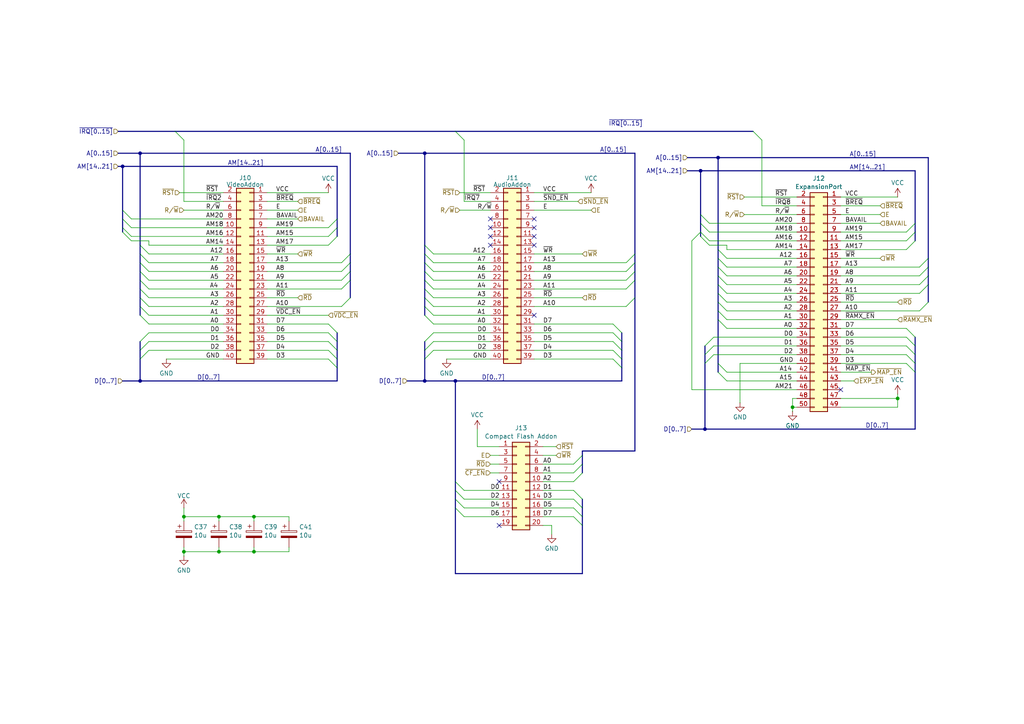
<source format=kicad_sch>
(kicad_sch (version 20231120) (generator "eeschema") (generator_version "8.0")
  (paper "A4")
  (title_block (title "MicroLind - Addon & Expansion Ports") (date "2025-03-03") (rev "C0") (company "Eric Lind"))
  (lib_symbols
    (symbol "Connector_Generic:Conn_02x10_Odd_Even" (pin_names (offset 1.016) hide)
      (property "Reference" "J" (at 1.27 12.7 0))
      (property "Value" "Conn_02x10_Odd_Even" (at 1.27 -15.24 0))
      (symbol "Conn_02x10_Odd_Even_1_1"
        (rectangle (start -1.27 -12.573) (end 0 -12.827) (stroke (width 0.1524)))
        (rectangle (start -1.27 -10.033) (end 0 -10.287) (stroke (width 0.1524)))
        (rectangle (start -1.27 -7.493) (end 0 -7.747) (stroke (width 0.1524)))
        (rectangle (start -1.27 -4.953) (end 0 -5.207) (stroke (width 0.1524)))
        (rectangle (start -1.27 -2.413) (end 0 -2.667) (stroke (width 0.1524)))
        (rectangle (start -1.27 0.127) (end 0 -0.127) (stroke (width 0.1524)))
        (rectangle (start -1.27 2.667) (end 0 2.413) (stroke (width 0.1524)))
        (rectangle (start -1.27 5.207) (end 0 4.953) (stroke (width 0.1524)))
        (rectangle (start -1.27 7.747) (end 0 7.493) (stroke (width 0.1524)))
        (rectangle (start -1.27 10.287) (end 0 10.033) (stroke (width 0.1524)))
        (rectangle (start -1.27 11.43) (end 3.81 -13.97) (stroke (width 0.254)) (fill (type background)))
        (rectangle (start 3.81 -12.573) (end 2.54 -12.827) (stroke (width 0.1524)))
        (rectangle (start 3.81 -10.033) (end 2.54 -10.287) (stroke (width 0.1524)))
        (rectangle (start 3.81 -7.493) (end 2.54 -7.747) (stroke (width 0.1524)))
        (rectangle (start 3.81 -4.953) (end 2.54 -5.207) (stroke (width 0.1524)))
        (rectangle (start 3.81 -2.413) (end 2.54 -2.667) (stroke (width 0.1524)))
        (rectangle (start 3.81 0.127) (end 2.54 -0.127) (stroke (width 0.1524)))
        (rectangle (start 3.81 2.667) (end 2.54 2.413) (stroke (width 0.1524)))
        (rectangle (start 3.81 5.207) (end 2.54 4.953) (stroke (width 0.1524)))
        (rectangle (start 3.81 7.747) (end 2.54 7.493) (stroke (width 0.1524)))
        (rectangle (start 3.81 10.287) (end 2.54 10.033) (stroke (width 0.1524)))
        (pin passive line (at -5.08 10.16 0) (length 3.81) (name "Pin_1") (number "1"))
        (pin passive line (at 7.62 0 180) (length 3.81) (name "Pin_10") (number "10"))
        (pin passive line (at -5.08 -2.54 0) (length 3.81) (name "Pin_11") (number "11"))
        (pin passive line (at 7.62 -2.54 180) (length 3.81) (name "Pin_12") (number "12"))
        (pin passive line (at -5.08 -5.08 0) (length 3.81) (name "Pin_13") (number "13"))
        (pin passive line (at 7.62 -5.08 180) (length 3.81) (name "Pin_14") (number "14"))
        (pin passive line (at -5.08 -7.62 0) (length 3.81) (name "Pin_15") (number "15"))
        (pin passive line (at 7.62 -7.62 180) (length 3.81) (name "Pin_16") (number "16"))
        (pin passive line (at -5.08 -10.16 0) (length 3.81) (name "Pin_17") (number "17"))
        (pin passive line (at 7.62 -10.16 180) (length 3.81) (name "Pin_18") (number "18"))
        (pin passive line (at -5.08 -12.7 0) (length 3.81) (name "Pin_19") (number "19"))
        (pin passive line (at 7.62 10.16 180) (length 3.81) (name "Pin_2") (number "2"))
        (pin passive line (at 7.62 -12.7 180) (length 3.81) (name "Pin_20") (number "20"))
        (pin passive line (at -5.08 7.62 0) (length 3.81) (name "Pin_3") (number "3"))
        (pin passive line (at 7.62 7.62 180) (length 3.81) (name "Pin_4") (number "4"))
        (pin passive line (at -5.08 5.08 0) (length 3.81) (name "Pin_5") (number "5"))
        (pin passive line (at 7.62 5.08 180) (length 3.81) (name "Pin_6") (number "6"))
        (pin passive line (at -5.08 2.54 0) (length 3.81) (name "Pin_7") (number "7"))
        (pin passive line (at 7.62 2.54 180) (length 3.81) (name "Pin_8") (number "8"))
        (pin passive line (at -5.08 0 0) (length 3.81) (name "Pin_9") (number "9"))
      )
    )
    (symbol "Connector_Generic:Conn_02x20_Odd_Even" (pin_names (offset 1.016) hide)
      (property "Reference" "J" (at 1.27 25.4 0))
      (property "Value" "Conn_02x20_Odd_Even" (at 1.27 -27.94 0))
      (symbol "Conn_02x20_Odd_Even_1_1"
        (rectangle (start -1.27 -25.273) (end 0 -25.527) (stroke (width 0.1524)))
        (rectangle (start -1.27 -22.733) (end 0 -22.987) (stroke (width 0.1524)))
        (rectangle (start -1.27 -20.193) (end 0 -20.447) (stroke (width 0.1524)))
        (rectangle (start -1.27 -17.653) (end 0 -17.907) (stroke (width 0.1524)))
        (rectangle (start -1.27 -15.113) (end 0 -15.367) (stroke (width 0.1524)))
        (rectangle (start -1.27 -12.573) (end 0 -12.827) (stroke (width 0.1524)))
        (rectangle (start -1.27 -10.033) (end 0 -10.287) (stroke (width 0.1524)))
        (rectangle (start -1.27 -7.493) (end 0 -7.747) (stroke (width 0.1524)))
        (rectangle (start -1.27 -4.953) (end 0 -5.207) (stroke (width 0.1524)))
        (rectangle (start -1.27 -2.413) (end 0 -2.667) (stroke (width 0.1524)))
        (rectangle (start -1.27 0.127) (end 0 -0.127) (stroke (width 0.1524)))
        (rectangle (start -1.27 2.667) (end 0 2.413) (stroke (width 0.1524)))
        (rectangle (start -1.27 5.207) (end 0 4.953) (stroke (width 0.1524)))
        (rectangle (start -1.27 7.747) (end 0 7.493) (stroke (width 0.1524)))
        (rectangle (start -1.27 10.287) (end 0 10.033) (stroke (width 0.1524)))
        (rectangle (start -1.27 12.827) (end 0 12.573) (stroke (width 0.1524)))
        (rectangle (start -1.27 15.367) (end 0 15.113) (stroke (width 0.1524)))
        (rectangle (start -1.27 17.907) (end 0 17.653) (stroke (width 0.1524)))
        (rectangle (start -1.27 20.447) (end 0 20.193) (stroke (width 0.1524)))
        (rectangle (start -1.27 22.987) (end 0 22.733) (stroke (width 0.1524)))
        (rectangle (start -1.27 24.13) (end 3.81 -26.67) (stroke (width 0.254)) (fill (type background)))
        (rectangle (start 3.81 -25.273) (end 2.54 -25.527) (stroke (width 0.1524)))
        (rectangle (start 3.81 -22.733) (end 2.54 -22.987) (stroke (width 0.1524)))
        (rectangle (start 3.81 -20.193) (end 2.54 -20.447) (stroke (width 0.1524)))
        (rectangle (start 3.81 -17.653) (end 2.54 -17.907) (stroke (width 0.1524)))
        (rectangle (start 3.81 -15.113) (end 2.54 -15.367) (stroke (width 0.1524)))
        (rectangle (start 3.81 -12.573) (end 2.54 -12.827) (stroke (width 0.1524)))
        (rectangle (start 3.81 -10.033) (end 2.54 -10.287) (stroke (width 0.1524)))
        (rectangle (start 3.81 -7.493) (end 2.54 -7.747) (stroke (width 0.1524)))
        (rectangle (start 3.81 -4.953) (end 2.54 -5.207) (stroke (width 0.1524)))
        (rectangle (start 3.81 -2.413) (end 2.54 -2.667) (stroke (width 0.1524)))
        (rectangle (start 3.81 0.127) (end 2.54 -0.127) (stroke (width 0.1524)))
        (rectangle (start 3.81 2.667) (end 2.54 2.413) (stroke (width 0.1524)))
        (rectangle (start 3.81 5.207) (end 2.54 4.953) (stroke (width 0.1524)))
        (rectangle (start 3.81 7.747) (end 2.54 7.493) (stroke (width 0.1524)))
        (rectangle (start 3.81 10.287) (end 2.54 10.033) (stroke (width 0.1524)))
        (rectangle (start 3.81 12.827) (end 2.54 12.573) (stroke (width 0.1524)))
        (rectangle (start 3.81 15.367) (end 2.54 15.113) (stroke (width 0.1524)))
        (rectangle (start 3.81 17.907) (end 2.54 17.653) (stroke (width 0.1524)))
        (rectangle (start 3.81 20.447) (end 2.54 20.193) (stroke (width 0.1524)))
        (rectangle (start 3.81 22.987) (end 2.54 22.733) (stroke (width 0.1524)))
        (pin passive line (at -5.08 22.86 0) (length 3.81) (name "Pin_1") (number "1"))
        (pin passive line (at 7.62 12.7 180) (length 3.81) (name "Pin_10") (number "10"))
        (pin passive line (at -5.08 10.16 0) (length 3.81) (name "Pin_11") (number "11"))
        (pin passive line (at 7.62 10.16 180) (length 3.81) (name "Pin_12") (number "12"))
        (pin passive line (at -5.08 7.62 0) (length 3.81) (name "Pin_13") (number "13"))
        (pin passive line (at 7.62 7.62 180) (length 3.81) (name "Pin_14") (number "14"))
        (pin passive line (at -5.08 5.08 0) (length 3.81) (name "Pin_15") (number "15"))
        (pin passive line (at 7.62 5.08 180) (length 3.81) (name "Pin_16") (number "16"))
        (pin passive line (at -5.08 2.54 0) (length 3.81) (name "Pin_17") (number "17"))
        (pin passive line (at 7.62 2.54 180) (length 3.81) (name "Pin_18") (number "18"))
        (pin passive line (at -5.08 0 0) (length 3.81) (name "Pin_19") (number "19"))
        (pin passive line (at 7.62 22.86 180) (length 3.81) (name "Pin_2") (number "2"))
        (pin passive line (at 7.62 0 180) (length 3.81) (name "Pin_20") (number "20"))
        (pin passive line (at -5.08 -2.54 0) (length 3.81) (name "Pin_21") (number "21"))
        (pin passive line (at 7.62 -2.54 180) (length 3.81) (name "Pin_22") (number "22"))
        (pin passive line (at -5.08 -5.08 0) (length 3.81) (name "Pin_23") (number "23"))
        (pin passive line (at 7.62 -5.08 180) (length 3.81) (name "Pin_24") (number "24"))
        (pin passive line (at -5.08 -7.62 0) (length 3.81) (name "Pin_25") (number "25"))
        (pin passive line (at 7.62 -7.62 180) (length 3.81) (name "Pin_26") (number "26"))
        (pin passive line (at -5.08 -10.16 0) (length 3.81) (name "Pin_27") (number "27"))
        (pin passive line (at 7.62 -10.16 180) (length 3.81) (name "Pin_28") (number "28"))
        (pin passive line (at -5.08 -12.7 0) (length 3.81) (name "Pin_29") (number "29"))
        (pin passive line (at -5.08 20.32 0) (length 3.81) (name "Pin_3") (number "3"))
        (pin passive line (at 7.62 -12.7 180) (length 3.81) (name "Pin_30") (number "30"))
        (pin passive line (at -5.08 -15.24 0) (length 3.81) (name "Pin_31") (number "31"))
        (pin passive line (at 7.62 -15.24 180) (length 3.81) (name "Pin_32") (number "32"))
        (pin passive line (at -5.08 -17.78 0) (length 3.81) (name "Pin_33") (number "33"))
        (pin passive line (at 7.62 -17.78 180) (length 3.81) (name "Pin_34") (number "34"))
        (pin passive line (at -5.08 -20.32 0) (length 3.81) (name "Pin_35") (number "35"))
        (pin passive line (at 7.62 -20.32 180) (length 3.81) (name "Pin_36") (number "36"))
        (pin passive line (at -5.08 -22.86 0) (length 3.81) (name "Pin_37") (number "37"))
        (pin passive line (at 7.62 -22.86 180) (length 3.81) (name "Pin_38") (number "38"))
        (pin passive line (at -5.08 -25.4 0) (length 3.81) (name "Pin_39") (number "39"))
        (pin passive line (at 7.62 20.32 180) (length 3.81) (name "Pin_4") (number "4"))
        (pin passive line (at 7.62 -25.4 180) (length 3.81) (name "Pin_40") (number "40"))
        (pin passive line (at -5.08 17.78 0) (length 3.81) (name "Pin_5") (number "5"))
        (pin passive line (at 7.62 17.78 180) (length 3.81) (name "Pin_6") (number "6"))
        (pin passive line (at -5.08 15.24 0) (length 3.81) (name "Pin_7") (number "7"))
        (pin passive line (at 7.62 15.24 180) (length 3.81) (name "Pin_8") (number "8"))
        (pin passive line (at -5.08 12.7 0) (length 3.81) (name "Pin_9") (number "9"))
      )
    )
    (symbol "Connector_Generic:Conn_02x25_Odd_Even" (pin_names (offset 1.016) hide)
      (property "Reference" "J" (at 1.27 33.02 0))
      (property "Value" "Conn_02x25_Odd_Even" (at 1.27 -33.02 0))
      (symbol "Conn_02x25_Odd_Even_1_1"
        (rectangle (start -1.27 -30.353) (end 0 -30.607) (stroke (width 0.1524)))
        (rectangle (start -1.27 -27.813) (end 0 -28.067) (stroke (width 0.1524)))
        (rectangle (start -1.27 -25.273) (end 0 -25.527) (stroke (width 0.1524)))
        (rectangle (start -1.27 -22.733) (end 0 -22.987) (stroke (width 0.1524)))
        (rectangle (start -1.27 -20.193) (end 0 -20.447) (stroke (width 0.1524)))
        (rectangle (start -1.27 -17.653) (end 0 -17.907) (stroke (width 0.1524)))
        (rectangle (start -1.27 -15.113) (end 0 -15.367) (stroke (width 0.1524)))
        (rectangle (start -1.27 -12.573) (end 0 -12.827) (stroke (width 0.1524)))
        (rectangle (start -1.27 -10.033) (end 0 -10.287) (stroke (width 0.1524)))
        (rectangle (start -1.27 -7.493) (end 0 -7.747) (stroke (width 0.1524)))
        (rectangle (start -1.27 -4.953) (end 0 -5.207) (stroke (width 0.1524)))
        (rectangle (start -1.27 -2.413) (end 0 -2.667) (stroke (width 0.1524)))
        (rectangle (start -1.27 0.127) (end 0 -0.127) (stroke (width 0.1524)))
        (rectangle (start -1.27 2.667) (end 0 2.413) (stroke (width 0.1524)))
        (rectangle (start -1.27 5.207) (end 0 4.953) (stroke (width 0.1524)))
        (rectangle (start -1.27 7.747) (end 0 7.493) (stroke (width 0.1524)))
        (rectangle (start -1.27 10.287) (end 0 10.033) (stroke (width 0.1524)))
        (rectangle (start -1.27 12.827) (end 0 12.573) (stroke (width 0.1524)))
        (rectangle (start -1.27 15.367) (end 0 15.113) (stroke (width 0.1524)))
        (rectangle (start -1.27 17.907) (end 0 17.653) (stroke (width 0.1524)))
        (rectangle (start -1.27 20.447) (end 0 20.193) (stroke (width 0.1524)))
        (rectangle (start -1.27 22.987) (end 0 22.733) (stroke (width 0.1524)))
        (rectangle (start -1.27 25.527) (end 0 25.273) (stroke (width 0.1524)))
        (rectangle (start -1.27 28.067) (end 0 27.813) (stroke (width 0.1524)))
        (rectangle (start -1.27 30.607) (end 0 30.353) (stroke (width 0.1524)))
        (rectangle (start -1.27 31.75) (end 3.81 -31.75) (stroke (width 0.254)) (fill (type background)))
        (rectangle (start 3.81 -30.353) (end 2.54 -30.607) (stroke (width 0.1524)))
        (rectangle (start 3.81 -27.813) (end 2.54 -28.067) (stroke (width 0.1524)))
        (rectangle (start 3.81 -25.273) (end 2.54 -25.527) (stroke (width 0.1524)))
        (rectangle (start 3.81 -22.733) (end 2.54 -22.987) (stroke (width 0.1524)))
        (rectangle (start 3.81 -20.193) (end 2.54 -20.447) (stroke (width 0.1524)))
        (rectangle (start 3.81 -17.653) (end 2.54 -17.907) (stroke (width 0.1524)))
        (rectangle (start 3.81 -15.113) (end 2.54 -15.367) (stroke (width 0.1524)))
        (rectangle (start 3.81 -12.573) (end 2.54 -12.827) (stroke (width 0.1524)))
        (rectangle (start 3.81 -10.033) (end 2.54 -10.287) (stroke (width 0.1524)))
        (rectangle (start 3.81 -7.493) (end 2.54 -7.747) (stroke (width 0.1524)))
        (rectangle (start 3.81 -4.953) (end 2.54 -5.207) (stroke (width 0.1524)))
        (rectangle (start 3.81 -2.413) (end 2.54 -2.667) (stroke (width 0.1524)))
        (rectangle (start 3.81 0.127) (end 2.54 -0.127) (stroke (width 0.1524)))
        (rectangle (start 3.81 2.667) (end 2.54 2.413) (stroke (width 0.1524)))
        (rectangle (start 3.81 5.207) (end 2.54 4.953) (stroke (width 0.1524)))
        (rectangle (start 3.81 7.747) (end 2.54 7.493) (stroke (width 0.1524)))
        (rectangle (start 3.81 10.287) (end 2.54 10.033) (stroke (width 0.1524)))
        (rectangle (start 3.81 12.827) (end 2.54 12.573) (stroke (width 0.1524)))
        (rectangle (start 3.81 15.367) (end 2.54 15.113) (stroke (width 0.1524)))
        (rectangle (start 3.81 17.907) (end 2.54 17.653) (stroke (width 0.1524)))
        (rectangle (start 3.81 20.447) (end 2.54 20.193) (stroke (width 0.1524)))
        (rectangle (start 3.81 22.987) (end 2.54 22.733) (stroke (width 0.1524)))
        (rectangle (start 3.81 25.527) (end 2.54 25.273) (stroke (width 0.1524)))
        (rectangle (start 3.81 28.067) (end 2.54 27.813) (stroke (width 0.1524)))
        (rectangle (start 3.81 30.607) (end 2.54 30.353) (stroke (width 0.1524)))
        (pin passive line (at -5.08 30.48 0) (length 3.81) (name "Pin_1") (number "1"))
        (pin passive line (at 7.62 20.32 180) (length 3.81) (name "Pin_10") (number "10"))
        (pin passive line (at -5.08 17.78 0) (length 3.81) (name "Pin_11") (number "11"))
        (pin passive line (at 7.62 17.78 180) (length 3.81) (name "Pin_12") (number "12"))
        (pin passive line (at -5.08 15.24 0) (length 3.81) (name "Pin_13") (number "13"))
        (pin passive line (at 7.62 15.24 180) (length 3.81) (name "Pin_14") (number "14"))
        (pin passive line (at -5.08 12.7 0) (length 3.81) (name "Pin_15") (number "15"))
        (pin passive line (at 7.62 12.7 180) (length 3.81) (name "Pin_16") (number "16"))
        (pin passive line (at -5.08 10.16 0) (length 3.81) (name "Pin_17") (number "17"))
        (pin passive line (at 7.62 10.16 180) (length 3.81) (name "Pin_18") (number "18"))
        (pin passive line (at -5.08 7.62 0) (length 3.81) (name "Pin_19") (number "19"))
        (pin passive line (at 7.62 30.48 180) (length 3.81) (name "Pin_2") (number "2"))
        (pin passive line (at 7.62 7.62 180) (length 3.81) (name "Pin_20") (number "20"))
        (pin passive line (at -5.08 5.08 0) (length 3.81) (name "Pin_21") (number "21"))
        (pin passive line (at 7.62 5.08 180) (length 3.81) (name "Pin_22") (number "22"))
        (pin passive line (at -5.08 2.54 0) (length 3.81) (name "Pin_23") (number "23"))
        (pin passive line (at 7.62 2.54 180) (length 3.81) (name "Pin_24") (number "24"))
        (pin passive line (at -5.08 0 0) (length 3.81) (name "Pin_25") (number "25"))
        (pin passive line (at 7.62 0 180) (length 3.81) (name "Pin_26") (number "26"))
        (pin passive line (at -5.08 -2.54 0) (length 3.81) (name "Pin_27") (number "27"))
        (pin passive line (at 7.62 -2.54 180) (length 3.81) (name "Pin_28") (number "28"))
        (pin passive line (at -5.08 -5.08 0) (length 3.81) (name "Pin_29") (number "29"))
        (pin passive line (at -5.08 27.94 0) (length 3.81) (name "Pin_3") (number "3"))
        (pin passive line (at 7.62 -5.08 180) (length 3.81) (name "Pin_30") (number "30"))
        (pin passive line (at -5.08 -7.62 0) (length 3.81) (name "Pin_31") (number "31"))
        (pin passive line (at 7.62 -7.62 180) (length 3.81) (name "Pin_32") (number "32"))
        (pin passive line (at -5.08 -10.16 0) (length 3.81) (name "Pin_33") (number "33"))
        (pin passive line (at 7.62 -10.16 180) (length 3.81) (name "Pin_34") (number "34"))
        (pin passive line (at -5.08 -12.7 0) (length 3.81) (name "Pin_35") (number "35"))
        (pin passive line (at 7.62 -12.7 180) (length 3.81) (name "Pin_36") (number "36"))
        (pin passive line (at -5.08 -15.24 0) (length 3.81) (name "Pin_37") (number "37"))
        (pin passive line (at 7.62 -15.24 180) (length 3.81) (name "Pin_38") (number "38"))
        (pin passive line (at -5.08 -17.78 0) (length 3.81) (name "Pin_39") (number "39"))
        (pin passive line (at 7.62 27.94 180) (length 3.81) (name "Pin_4") (number "4"))
        (pin passive line (at 7.62 -17.78 180) (length 3.81) (name "Pin_40") (number "40"))
        (pin passive line (at -5.08 -20.32 0) (length 3.81) (name "Pin_41") (number "41"))
        (pin passive line (at 7.62 -20.32 180) (length 3.81) (name "Pin_42") (number "42"))
        (pin passive line (at -5.08 -22.86 0) (length 3.81) (name "Pin_43") (number "43"))
        (pin passive line (at 7.62 -22.86 180) (length 3.81) (name "Pin_44") (number "44"))
        (pin passive line (at -5.08 -25.4 0) (length 3.81) (name "Pin_45") (number "45"))
        (pin passive line (at 7.62 -25.4 180) (length 3.81) (name "Pin_46") (number "46"))
        (pin passive line (at -5.08 -27.94 0) (length 3.81) (name "Pin_47") (number "47"))
        (pin passive line (at 7.62 -27.94 180) (length 3.81) (name "Pin_48") (number "48"))
        (pin passive line (at -5.08 -30.48 0) (length 3.81) (name "Pin_49") (number "49"))
        (pin passive line (at -5.08 25.4 0) (length 3.81) (name "Pin_5") (number "5"))
        (pin passive line (at 7.62 -30.48 180) (length 3.81) (name "Pin_50") (number "50"))
        (pin passive line (at 7.62 25.4 180) (length 3.81) (name "Pin_6") (number "6"))
        (pin passive line (at -5.08 22.86 0) (length 3.81) (name "Pin_7") (number "7"))
        (pin passive line (at 7.62 22.86 180) (length 3.81) (name "Pin_8") (number "8"))
        (pin passive line (at -5.08 20.32 0) (length 3.81) (name "Pin_9") (number "9"))
      )
    )
    (symbol "Device:C_Polarized" (pin_numbers hide) (pin_names (offset 0.254))
      (property "Reference" "C" (at 0.635 2.54 0))
      (property "Value" "C_Polarized" (at 0.635 -2.54 0))
      (symbol "C_Polarized_0_1"
        (rectangle (start -2.286 0.508) (end 2.286 1.016))
        (polyline (pts (xy -1.778 2.286) (xy -0.762 2.286)))
        (polyline (pts (xy -1.27 2.794) (xy -1.27 1.778)))
        (rectangle (start 2.286 -0.508) (end -2.286 -1.016) (fill (type outline)))
      )
      (symbol "C_Polarized_1_1"
        (pin passive line (at 0 3.81 270) (length 2.794) (name "~") (number "1"))
        (pin passive line (at 0 -3.81 90) (length 2.794) (name "~") (number "2"))
      )
    )
    (symbol "power:GND" (power) (pin_numbers hide) (pin_names (offset 0) hide)
      (property "Value" "GND" (at 0 -3.81 0))
      (symbol "GND_0_1"
        (polyline (pts (xy 0 0) (xy 0 -1.27) (xy 1.27 -1.27) (xy 0 -2.54) (xy -1.27 -1.27) (xy 0 -1.27)))
      )
      (symbol "GND_1_1"
        (pin power_in line (at 0 0 270) (length 0) (name "~") (number "1"))
      )
    )
    (symbol "power:VCC" (power) (pin_numbers hide) (pin_names (offset 0) hide)
      (property "Value" "VCC" (at 0 3.556 0))
      (symbol "VCC_0_1"
        (polyline (pts (xy -0.762 1.27) (xy 0 2.54)))
        (polyline (pts (xy 0 0) (xy 0 2.54)))
        (polyline (pts (xy 0 2.54) (xy 0.762 1.27)))
      )
      (symbol "VCC_1_1"
        (pin power_in line (at 0 0 90) (length 0) (name "~") (number "1"))
      )
    )
  )
  (junction (at 73.66 160.02))
  (junction (at 204.47 124.46))
  (junction (at 132.08 110.49))
  (junction (at 40.64 110.49))
  (junction (at 40.64 44.45))
  (junction (at 260.35 115.57))
  (junction (at 203.2 49.53))
  (junction (at 123.19 110.49))
  (junction (at 229.87 118.11))
  (junction (at 53.34 149.86))
  (junction (at 35.56 48.26))
  (junction (at 53.34 160.02))
  (junction (at 63.5 160.02))
  (junction (at 63.5 149.86))
  (junction (at 123.19 44.45))
  (junction (at 208.28 45.72))
  (junction (at 73.66 149.86))
  (no_connect (at 154.94 63.5))
  (no_connect (at 142.24 66.04))
  (no_connect (at 154.94 71.12))
  (no_connect (at 142.24 63.5))
  (no_connect (at 144.78 152.4))
  (no_connect (at 154.94 91.44))
  (no_connect (at 142.24 68.58))
  (no_connect (at 154.94 68.58))
  (no_connect (at 144.78 139.7))
  (no_connect (at 154.94 66.04))
  (no_connect (at 243.84 113.03))
  (no_connect (at 142.24 71.12))
  (bus_entry (at 205.74 64.77) (size -2.54 -2.54))
  (bus_entry (at 210.82 77.47) (size -2.54 -2.54))
  (bus_entry (at 43.18 88.9) (size -2.54 -2.54))
  (bus_entry (at 95.25 66.04) (size 2.54 -2.54))
  (bus_entry (at 40.64 99.06) (size 2.54 -2.54))
  (bus_entry (at 168.91 137.16) (size -2.54 2.54))
  (bus_entry (at 125.73 86.36) (size -2.54 -2.54))
  (bus_entry (at 266.7 85.09) (size 2.54 -2.54))
  (bus_entry (at 210.82 87.63) (size -2.54 -2.54))
  (bus_entry (at 43.18 81.28) (size -2.54 -2.54))
  (bus_entry (at 132.08 144.78) (size 2.54 2.54))
  (bus_entry (at 168.91 149.86) (size -2.54 -2.54))
  (bus_entry (at 123.19 99.06) (size 2.54 -2.54))
  (bus_entry (at 210.82 92.71) (size -2.54 -2.54))
  (bus_entry (at 210.82 74.93) (size -2.54 -2.54))
  (bus_entry (at 205.74 71.12) (size -2.54 -2.54))
  (bus_entry (at 208.28 105.41) (size 2.54 2.54))
  (bus_entry (at 132.08 142.24) (size 2.54 2.54))
  (bus_entry (at 95.25 96.52) (size 2.54 2.54))
  (bus_entry (at 95.25 104.14) (size 2.54 2.54))
  (bus_entry (at 208.28 82.55) (size 2.54 2.54))
  (bus_entry (at 99.06 83.82) (size 2.54 -2.54))
  (bus_entry (at 132.08 139.7) (size 2.54 2.54))
  (bus_entry (at 95.25 93.98) (size 2.54 2.54))
  (bus_entry (at 262.89 100.33) (size 2.54 2.54))
  (bus_entry (at 262.89 97.79) (size 2.54 2.54))
  (bus_entry (at 262.89 69.85) (size 2.54 -2.54))
  (bus_entry (at 205.74 69.85) (size -2.54 -2.54))
  (bus_entry (at 35.56 66.04) (size 2.54 2.54))
  (bus_entry (at 204.47 105.41) (size 2.54 -2.54))
  (bus_entry (at 95.25 101.6) (size 2.54 2.54))
  (bus_entry (at 266.7 80.01) (size 2.54 -2.54))
  (bus_entry (at 132.08 147.32) (size 2.54 2.54))
  (bus_entry (at 168.91 144.78) (size -2.54 -2.54))
  (bus_entry (at 43.18 73.66) (size -2.54 -2.54))
  (bus_entry (at 99.06 78.74) (size 2.54 -2.54))
  (bus_entry (at 177.8 99.06) (size 2.54 2.54))
  (bus_entry (at 43.18 91.44) (size -2.54 -2.54))
  (bus_entry (at 99.06 81.28) (size 2.54 -2.54))
  (bus_entry (at 204.47 102.87) (size 2.54 -2.54))
  (bus_entry (at 35.56 60.96) (size 2.54 2.54))
  (bus_entry (at 40.64 101.6) (size 2.54 -2.54))
  (bus_entry (at 168.91 132.08) (size -2.54 2.54))
  (bus_entry (at 43.18 78.74) (size -2.54 -2.54))
  (bus_entry (at 35.56 67.31) (size 2.54 2.54))
  (bus_entry (at 262.89 72.39) (size 2.54 -2.54))
  (bus_entry (at 123.19 101.6) (size 2.54 -2.54))
  (bus_entry (at 177.8 93.98) (size 2.54 2.54))
  (bus_entry (at 40.64 104.14) (size 2.54 -2.54))
  (bus_entry (at 35.56 63.5) (size 2.54 2.54))
  (bus_entry (at 205.74 67.31) (size -2.54 -2.54))
  (bus_entry (at 181.61 81.28) (size 2.54 -2.54))
  (bus_entry (at 43.18 86.36) (size -2.54 -2.54))
  (bus_entry (at 95.25 68.58) (size 2.54 -2.54))
  (bus_entry (at 43.18 83.82) (size -2.54 -2.54))
  (bus_entry (at 262.89 102.87) (size 2.54 2.54))
  (bus_entry (at 125.73 88.9) (size -2.54 -2.54))
  (bus_entry (at 262.89 95.25) (size 2.54 2.54))
  (bus_entry (at 204.47 100.33) (size 2.54 -2.54))
  (bus_entry (at 95.25 71.12) (size 2.54 -2.54))
  (bus_entry (at 208.28 107.95) (size 2.54 2.54))
  (bus_entry (at 125.73 91.44) (size -2.54 -2.54))
  (bus_entry (at 210.82 80.01) (size -2.54 -2.54))
  (bus_entry (at 123.19 104.14) (size 2.54 -2.54))
  (bus_entry (at 132.08 38.1) (size 2.54 2.54))
  (bus_entry (at 203.2 67.31) (size -2.54 2.54))
  (bus_entry (at 181.61 76.2) (size 2.54 -2.54))
  (bus_entry (at 181.61 78.74) (size 2.54 -2.54))
  (bus_entry (at 210.82 95.25) (size -2.54 -2.54))
  (bus_entry (at 181.61 88.9) (size 2.54 -2.54))
  (bus_entry (at 125.73 81.28) (size -2.54 -2.54))
  (bus_entry (at 125.73 73.66) (size -2.54 -2.54))
  (bus_entry (at 266.7 77.47) (size 2.54 -2.54))
  (bus_entry (at 50.8 38.1) (size 2.54 2.54))
  (bus_entry (at 168.91 134.62) (size -2.54 2.54))
  (bus_entry (at 99.06 88.9) (size 2.54 -2.54))
  (bus_entry (at 177.8 101.6) (size 2.54 2.54))
  (bus_entry (at 262.89 67.31) (size 2.54 -2.54))
  (bus_entry (at 99.06 76.2) (size 2.54 -2.54))
  (bus_entry (at 43.18 76.2) (size -2.54 -2.54))
  (bus_entry (at 218.44 38.1) (size 2.54 2.54))
  (bus_entry (at 43.18 93.98) (size -2.54 -2.54))
  (bus_entry (at 168.91 152.4) (size -2.54 -2.54))
  (bus_entry (at 266.7 82.55) (size 2.54 -2.54))
  (bus_entry (at 266.7 90.17) (size 2.54 -2.54))
  (bus_entry (at 210.82 90.17) (size -2.54 -2.54))
  (bus_entry (at 125.73 93.98) (size -2.54 -2.54))
  (bus_entry (at 177.8 104.14) (size 2.54 2.54))
  (bus_entry (at 95.25 99.06) (size 2.54 2.54))
  (bus_entry (at 123.19 81.28) (size 2.54 2.54))
  (bus_entry (at 168.91 147.32) (size -2.54 -2.54))
  (bus_entry (at 125.73 76.2) (size -2.54 -2.54))
  (bus_entry (at 262.89 105.41) (size 2.54 2.54))
  (bus_entry (at 210.82 82.55) (size -2.54 -2.54))
  (bus_entry (at 125.73 78.74) (size -2.54 -2.54))
  (bus_entry (at 177.8 96.52) (size 2.54 2.54))
  (bus_entry (at 181.61 83.82) (size 2.54 -2.54))
  (bus (pts (xy 265.43 105.41) (xy 265.43 107.95)))
  (wire (pts (xy 243.84 110.49) (xy 247.65 110.49)))
  (bus (pts (xy 97.79 99.06) (xy 97.79 101.6)))
  (wire (pts (xy 243.84 57.15) (xy 260.35 57.15)))
  (wire (pts (xy 53.34 147.32) (xy 53.34 149.86)))
  (bus (pts (xy 184.15 73.66) (xy 184.15 76.2)))
  (wire (pts (xy 157.48 142.24) (xy 166.37 142.24)))
  (wire (pts (xy 229.87 118.11) (xy 231.14 118.11)))
  (wire (pts (xy 125.73 88.9) (xy 142.24 88.9)))
  (bus (pts (xy 40.64 81.28) (xy 40.64 78.74)))
  (bus (pts (xy 97.79 104.14) (xy 97.79 106.68)))
  (bus (pts (xy 265.43 64.77) (xy 265.43 49.53)))
  (wire (pts (xy 210.82 80.01) (xy 231.14 80.01)))
  (wire (pts (xy 231.14 115.57) (xy 229.87 115.57)))
  (bus (pts (xy 180.34 106.68) (xy 180.34 110.49)))
  (bus (pts (xy 180.34 104.14) (xy 180.34 106.68)))
  (bus (pts (xy 40.64 91.44) (xy 40.64 88.9)))
  (wire (pts (xy 154.94 81.28) (xy 181.61 81.28)))
  (wire (pts (xy 157.48 149.86) (xy 166.37 149.86)))
  (wire (pts (xy 43.18 93.98) (xy 64.77 93.98)))
  (wire (pts (xy 243.84 85.09) (xy 266.7 85.09)))
  (bus (pts (xy 101.6 81.28) (xy 101.6 86.36)))
  (bus (pts (xy 123.19 78.74) (xy 123.19 76.2)))
  (wire (pts (xy 77.47 86.36) (xy 86.36 86.36)))
  (wire (pts (xy 133.35 55.88) (xy 142.24 55.88)))
  (bus (pts (xy 200.66 124.46) (xy 204.47 124.46)))
  (wire (pts (xy 43.18 88.9) (xy 64.77 88.9)))
  (bus (pts (xy 40.64 44.45) (xy 101.6 44.45)))
  (wire (pts (xy 214.63 105.41) (xy 231.14 105.41)))
  (bus (pts (xy 97.79 66.04) (xy 97.79 63.5)))
  (bus (pts (xy 208.28 72.39) (xy 208.28 74.93)))
  (bus (pts (xy 168.91 149.86) (xy 168.91 152.4)))
  (bus (pts (xy 265.43 67.31) (xy 265.43 64.77)))
  (bus (pts (xy 269.24 45.72) (xy 269.24 74.93)))
  (bus (pts (xy 132.08 110.49) (xy 123.19 110.49)))
  (wire (pts (xy 133.35 60.96) (xy 142.24 60.96)))
  (bus (pts (xy 101.6 78.74) (xy 101.6 81.28)))
  (wire (pts (xy 157.48 144.78) (xy 166.37 144.78)))
  (wire (pts (xy 77.47 99.06) (xy 95.25 99.06)))
  (wire (pts (xy 77.47 68.58) (xy 95.25 68.58)))
  (bus (pts (xy 101.6 76.2) (xy 101.6 78.74)))
  (wire (pts (xy 243.84 80.01) (xy 266.7 80.01)))
  (wire (pts (xy 220.98 59.69) (xy 231.14 59.69)))
  (bus (pts (xy 208.28 77.47) (xy 208.28 74.93)))
  (wire (pts (xy 43.18 71.12) (xy 64.77 71.12)))
  (wire (pts (xy 154.94 96.52) (xy 177.8 96.52)))
  (bus (pts (xy 180.34 110.49) (xy 132.08 110.49)))
  (bus (pts (xy 265.43 69.85) (xy 265.43 67.31)))
  (wire (pts (xy 229.87 115.57) (xy 229.87 118.11)))
  (wire (pts (xy 125.73 96.52) (xy 142.24 96.52)))
  (wire (pts (xy 43.18 78.74) (xy 64.77 78.74)))
  (bus (pts (xy 40.64 73.66) (xy 40.64 71.12)))
  (bus (pts (xy 208.28 92.71) (xy 208.28 105.41)))
  (bus (pts (xy 132.08 139.7) (xy 132.08 142.24)))
  (bus (pts (xy 101.6 73.66) (xy 101.6 76.2)))
  (wire (pts (xy 210.82 72.39) (xy 231.14 72.39)))
  (wire (pts (xy 73.66 151.13) (xy 73.66 149.86)))
  (wire (pts (xy 77.47 55.88) (xy 95.25 55.88)))
  (wire (pts (xy 125.73 93.98) (xy 142.24 93.98)))
  (bus (pts (xy 123.19 78.74) (xy 123.19 81.28)))
  (wire (pts (xy 243.84 92.71) (xy 260.35 92.71)))
  (wire (pts (xy 210.82 87.63) (xy 231.14 87.63)))
  (wire (pts (xy 77.47 76.2) (xy 99.06 76.2)))
  (bus (pts (xy 184.15 81.28) (xy 184.15 86.36)))
  (wire (pts (xy 243.84 100.33) (xy 262.89 100.33)))
  (wire (pts (xy 53.34 149.86) (xy 53.34 151.13)))
  (wire (pts (xy 77.47 78.74) (xy 99.06 78.74)))
  (wire (pts (xy 125.73 83.82) (xy 142.24 83.82)))
  (wire (pts (xy 243.84 90.17) (xy 266.7 90.17)))
  (wire (pts (xy 77.47 73.66) (xy 86.36 73.66)))
  (wire (pts (xy 200.66 113.03) (xy 231.14 113.03)))
  (wire (pts (xy 157.48 132.08) (xy 161.29 132.08)))
  (wire (pts (xy 220.98 40.64) (xy 220.98 59.69)))
  (wire (pts (xy 63.5 149.86) (xy 73.66 149.86)))
  (wire (pts (xy 77.47 83.82) (xy 99.06 83.82)))
  (bus (pts (xy 208.28 82.55) (xy 208.28 85.09)))
  (wire (pts (xy 154.94 55.88) (xy 171.45 55.88)))
  (bus (pts (xy 123.19 99.06) (xy 123.19 101.6)))
  (bus (pts (xy 123.19 44.45) (xy 123.19 71.12)))
  (bus (pts (xy 40.64 110.49) (xy 35.56 110.49)))
  (bus (pts (xy 208.28 80.01) (xy 208.28 77.47)))
  (bus (pts (xy 203.2 62.23) (xy 203.2 64.77)))
  (bus (pts (xy 132.08 142.24) (xy 132.08 144.78)))
  (bus (pts (xy 123.19 104.14) (xy 123.19 110.49)))
  (bus (pts (xy 50.8 38.1) (xy 132.08 38.1)))
  (wire (pts (xy 53.34 60.96) (xy 64.77 60.96)))
  (wire (pts (xy 43.18 101.6) (xy 64.77 101.6)))
  (wire (pts (xy 210.82 107.95) (xy 231.14 107.95)))
  (wire (pts (xy 210.82 85.09) (xy 231.14 85.09)))
  (wire (pts (xy 142.24 134.62) (xy 144.78 134.62)))
  (bus (pts (xy 97.79 101.6) (xy 97.79 104.14)))
  (wire (pts (xy 38.1 66.04) (xy 64.77 66.04)))
  (bus (pts (xy 132.08 144.78) (xy 132.08 147.32)))
  (wire (pts (xy 53.34 40.64) (xy 53.34 58.42)))
  (wire (pts (xy 243.84 87.63) (xy 260.35 87.63)))
  (bus (pts (xy 208.28 90.17) (xy 208.28 87.63)))
  (wire (pts (xy 215.9 62.23) (xy 231.14 62.23)))
  (wire (pts (xy 243.84 72.39) (xy 262.89 72.39)))
  (wire (pts (xy 243.84 59.69) (xy 255.27 59.69)))
  (wire (pts (xy 125.73 76.2) (xy 142.24 76.2)))
  (bus (pts (xy 40.64 86.36) (xy 40.64 83.82)))
  (bus (pts (xy 269.24 77.47) (xy 269.24 80.01)))
  (wire (pts (xy 154.94 58.42) (xy 167.64 58.42)))
  (bus (pts (xy 208.28 105.41) (xy 208.28 107.95)))
  (bus (pts (xy 132.08 38.1) (xy 218.44 38.1)))
  (bus (pts (xy 269.24 80.01) (xy 269.24 82.55)))
  (wire (pts (xy 77.47 71.12) (xy 95.25 71.12)))
  (wire (pts (xy 207.01 97.79) (xy 231.14 97.79)))
  (bus (pts (xy 208.28 92.71) (xy 208.28 90.17)))
  (wire (pts (xy 243.84 97.79) (xy 262.89 97.79)))
  (wire (pts (xy 38.1 68.58) (xy 64.77 68.58)))
  (wire (pts (xy 243.84 64.77) (xy 255.27 64.77)))
  (bus (pts (xy 97.79 63.5) (xy 97.79 48.26)))
  (bus (pts (xy 208.28 80.01) (xy 208.28 82.55)))
  (wire (pts (xy 83.82 151.13) (xy 83.82 149.86)))
  (bus (pts (xy 168.91 132.08) (xy 168.91 134.62)))
  (wire (pts (xy 38.1 63.5) (xy 64.77 63.5)))
  (wire (pts (xy 43.18 99.06) (xy 64.77 99.06)))
  (wire (pts (xy 154.94 101.6) (xy 177.8 101.6)))
  (wire (pts (xy 125.73 86.36) (xy 142.24 86.36)))
  (wire (pts (xy 77.47 91.44) (xy 95.25 91.44)))
  (wire (pts (xy 154.94 86.36) (xy 168.91 86.36)))
  (wire (pts (xy 63.5 160.02) (xy 63.5 158.75)))
  (wire (pts (xy 166.37 137.16) (xy 157.48 137.16)))
  (wire (pts (xy 43.18 83.82) (xy 64.77 83.82)))
  (wire (pts (xy 83.82 149.86) (xy 73.66 149.86)))
  (wire (pts (xy 154.94 83.82) (xy 181.61 83.82)))
  (bus (pts (xy 208.28 45.72) (xy 269.24 45.72)))
  (wire (pts (xy 166.37 139.7) (xy 157.48 139.7)))
  (bus (pts (xy 40.64 78.74) (xy 40.64 76.2)))
  (wire (pts (xy 125.73 73.66) (xy 142.24 73.66)))
  (bus (pts (xy 40.64 101.6) (xy 40.64 104.14)))
  (bus (pts (xy 168.91 130.81) (xy 168.91 132.08)))
  (wire (pts (xy 207.01 100.33) (xy 231.14 100.33)))
  (bus (pts (xy 269.24 74.93) (xy 269.24 77.47)))
  (wire (pts (xy 207.01 102.87) (xy 231.14 102.87)))
  (bus (pts (xy 132.08 147.32) (xy 132.08 166.37)))
  (wire (pts (xy 43.18 91.44) (xy 64.77 91.44)))
  (bus (pts (xy 115.57 44.45) (xy 123.19 44.45)))
  (wire (pts (xy 160.02 154.94) (xy 160.02 152.4)))
  (bus (pts (xy 40.64 99.06) (xy 40.64 101.6)))
  (wire (pts (xy 77.47 58.42) (xy 86.36 58.42)))
  (bus (pts (xy 203.2 67.31) (xy 203.2 68.58)))
  (wire (pts (xy 43.18 69.85) (xy 43.18 71.12)))
  (wire (pts (xy 73.66 160.02) (xy 73.66 158.75)))
  (bus (pts (xy 180.34 101.6) (xy 180.34 104.14)))
  (bus (pts (xy 123.19 81.28) (xy 123.19 83.82)))
  (wire (pts (xy 210.82 110.49) (xy 231.14 110.49)))
  (wire (pts (xy 53.34 149.86) (xy 63.5 149.86)))
  (wire (pts (xy 125.73 81.28) (xy 142.24 81.28)))
  (wire (pts (xy 243.84 115.57) (xy 260.35 115.57)))
  (wire (pts (xy 77.47 81.28) (xy 99.06 81.28)))
  (bus (pts (xy 184.15 130.81) (xy 168.91 130.81)))
  (bus (pts (xy 123.19 86.36) (xy 123.19 83.82)))
  (wire (pts (xy 215.9 57.15) (xy 231.14 57.15)))
  (wire (pts (xy 243.84 82.55) (xy 266.7 82.55)))
  (wire (pts (xy 134.62 149.86) (xy 144.78 149.86)))
  (wire (pts (xy 260.35 114.3) (xy 260.35 115.57)))
  (wire (pts (xy 160.02 152.4) (xy 157.48 152.4)))
  (bus (pts (xy 34.29 44.45) (xy 40.64 44.45)))
  (wire (pts (xy 77.47 60.96) (xy 86.36 60.96)))
  (wire (pts (xy 154.94 104.14) (xy 177.8 104.14)))
  (bus (pts (xy 184.15 78.74) (xy 184.15 81.28)))
  (wire (pts (xy 142.24 132.08) (xy 144.78 132.08)))
  (wire (pts (xy 154.94 88.9) (xy 181.61 88.9)))
  (wire (pts (xy 38.1 69.85) (xy 43.18 69.85)))
  (wire (pts (xy 154.94 76.2) (xy 181.61 76.2)))
  (bus (pts (xy 168.91 134.62) (xy 168.91 137.16)))
  (wire (pts (xy 77.47 101.6) (xy 95.25 101.6)))
  (wire (pts (xy 129.54 104.14) (xy 142.24 104.14)))
  (bus (pts (xy 35.56 66.04) (xy 35.56 67.31)))
  (wire (pts (xy 210.82 92.71) (xy 231.14 92.71)))
  (wire (pts (xy 53.34 160.02) (xy 63.5 160.02)))
  (bus (pts (xy 97.79 96.52) (xy 97.79 99.06)))
  (wire (pts (xy 166.37 134.62) (xy 157.48 134.62)))
  (bus (pts (xy 123.19 110.49) (xy 118.11 110.49)))
  (wire (pts (xy 243.84 77.47) (xy 266.7 77.47)))
  (bus (pts (xy 180.34 99.06) (xy 180.34 101.6)))
  (wire (pts (xy 210.82 71.12) (xy 210.82 72.39)))
  (wire (pts (xy 63.5 160.02) (xy 73.66 160.02)))
  (bus (pts (xy 265.43 102.87) (xy 265.43 105.41)))
  (bus (pts (xy 208.28 45.72) (xy 208.28 72.39)))
  (wire (pts (xy 229.87 118.11) (xy 229.87 119.38)))
  (wire (pts (xy 260.35 115.57) (xy 260.35 118.11)))
  (bus (pts (xy 123.19 76.2) (xy 123.19 73.66)))
  (wire (pts (xy 77.47 63.5) (xy 86.36 63.5)))
  (bus (pts (xy 199.39 49.53) (xy 203.2 49.53)))
  (bus (pts (xy 265.43 49.53) (xy 203.2 49.53)))
  (wire (pts (xy 205.74 69.85) (xy 231.14 69.85)))
  (bus (pts (xy 199.39 45.72) (xy 208.28 45.72)))
  (wire (pts (xy 53.34 158.75) (xy 53.34 160.02)))
  (bus (pts (xy 168.91 144.78) (xy 168.91 147.32)))
  (wire (pts (xy 205.74 67.31) (xy 231.14 67.31)))
  (bus (pts (xy 35.56 48.26) (xy 97.79 48.26)))
  (wire (pts (xy 205.74 64.77) (xy 231.14 64.77)))
  (wire (pts (xy 77.47 104.14) (xy 95.25 104.14)))
  (bus (pts (xy 97.79 106.68) (xy 97.79 110.49)))
  (wire (pts (xy 43.18 81.28) (xy 64.77 81.28)))
  (bus (pts (xy 265.43 100.33) (xy 265.43 102.87)))
  (wire (pts (xy 205.74 71.12) (xy 210.82 71.12)))
  (bus (pts (xy 204.47 105.41) (xy 204.47 102.87)))
  (bus (pts (xy 132.08 110.49) (xy 132.08 139.7)))
  (wire (pts (xy 73.66 160.02) (xy 83.82 160.02)))
  (wire (pts (xy 125.73 101.6) (xy 142.24 101.6)))
  (wire (pts (xy 210.82 77.47) (xy 231.14 77.47)))
  (bus (pts (xy 269.24 82.55) (xy 269.24 87.63)))
  (wire (pts (xy 210.82 82.55) (xy 231.14 82.55)))
  (wire (pts (xy 210.82 90.17) (xy 231.14 90.17)))
  (wire (pts (xy 134.62 58.42) (xy 142.24 58.42)))
  (wire (pts (xy 154.94 78.74) (xy 181.61 78.74)))
  (bus (pts (xy 35.56 63.5) (xy 35.56 66.04)))
  (wire (pts (xy 125.73 99.06) (xy 142.24 99.06)))
  (wire (pts (xy 138.43 129.54) (xy 138.43 124.46)))
  (bus (pts (xy 132.08 166.37) (xy 168.91 166.37)))
  (bus (pts (xy 184.15 76.2) (xy 184.15 78.74)))
  (wire (pts (xy 48.26 104.14) (xy 64.77 104.14)))
  (bus (pts (xy 208.28 85.09) (xy 208.28 87.63)))
  (wire (pts (xy 154.94 73.66) (xy 168.91 73.66)))
  (bus (pts (xy 40.64 76.2) (xy 40.64 73.66)))
  (wire (pts (xy 134.62 147.32) (xy 144.78 147.32)))
  (bus (pts (xy 204.47 124.46) (xy 265.43 124.46)))
  (wire (pts (xy 210.82 74.93) (xy 231.14 74.93)))
  (bus (pts (xy 34.29 38.1) (xy 50.8 38.1)))
  (bus (pts (xy 123.19 88.9) (xy 123.19 86.36)))
  (bus (pts (xy 265.43 107.95) (xy 265.43 124.46)))
  (bus (pts (xy 204.47 102.87) (xy 204.47 100.33)))
  (wire (pts (xy 52.07 55.88) (xy 64.77 55.88)))
  (wire (pts (xy 157.48 129.54) (xy 161.29 129.54)))
  (bus (pts (xy 40.64 104.14) (xy 40.64 110.49)))
  (wire (pts (xy 144.78 129.54) (xy 138.43 129.54)))
  (wire (pts (xy 154.94 93.98) (xy 177.8 93.98)))
  (wire (pts (xy 77.47 96.52) (xy 95.25 96.52)))
  (wire (pts (xy 243.84 95.25) (xy 262.89 95.25)))
  (wire (pts (xy 63.5 149.86) (xy 63.5 151.13)))
  (wire (pts (xy 125.73 91.44) (xy 142.24 91.44)))
  (bus (pts (xy 97.79 68.58) (xy 97.79 66.04)))
  (bus (pts (xy 168.91 147.32) (xy 168.91 149.86)))
  (wire (pts (xy 243.84 67.31) (xy 262.89 67.31)))
  (wire (pts (xy 43.18 96.52) (xy 64.77 96.52)))
  (wire (pts (xy 134.62 142.24) (xy 144.78 142.24)))
  (wire (pts (xy 243.84 105.41) (xy 262.89 105.41)))
  (bus (pts (xy 40.64 88.9) (xy 40.64 86.36)))
  (wire (pts (xy 77.47 88.9) (xy 99.06 88.9)))
  (bus (pts (xy 180.34 96.52) (xy 180.34 99.06)))
  (wire (pts (xy 53.34 58.42) (xy 64.77 58.42)))
  (wire (pts (xy 243.84 107.95) (xy 252.73 107.95)))
  (wire (pts (xy 83.82 158.75) (xy 83.82 160.02)))
  (bus (pts (xy 101.6 44.45) (xy 101.6 73.66)))
  (wire (pts (xy 43.18 86.36) (xy 64.77 86.36)))
  (bus (pts (xy 123.19 91.44) (xy 123.19 88.9)))
  (wire (pts (xy 125.73 78.74) (xy 142.24 78.74)))
  (wire (pts (xy 260.35 118.11) (xy 243.84 118.11)))
  (bus (pts (xy 35.56 48.26) (xy 35.56 60.96)))
  (bus (pts (xy 168.91 152.4) (xy 168.91 166.37)))
  (wire (pts (xy 214.63 116.84) (xy 214.63 105.41)))
  (bus (pts (xy 97.79 110.49) (xy 40.64 110.49)))
  (wire (pts (xy 243.84 102.87) (xy 262.89 102.87)))
  (wire (pts (xy 77.47 66.04) (xy 95.25 66.04)))
  (bus (pts (xy 203.2 49.53) (xy 203.2 62.23)))
  (bus (pts (xy 184.15 44.45) (xy 184.15 73.66)))
  (wire (pts (xy 142.24 137.16) (xy 144.78 137.16)))
  (bus (pts (xy 40.64 83.82) (xy 40.64 81.28)))
  (wire (pts (xy 243.84 62.23) (xy 255.27 62.23)))
  (wire (pts (xy 243.84 69.85) (xy 262.89 69.85)))
  (bus (pts (xy 184.15 86.36) (xy 184.15 130.81)))
  (bus (pts (xy 265.43 97.79) (xy 265.43 100.33)))
  (bus (pts (xy 35.56 60.96) (xy 35.56 63.5)))
  (wire (pts (xy 157.48 147.32) (xy 166.37 147.32)))
  (wire (pts (xy 43.18 73.66) (xy 64.77 73.66)))
  (wire (pts (xy 134.62 40.64) (xy 134.62 58.42)))
  (bus (pts (xy 40.64 44.45) (xy 40.64 71.12)))
  (bus (pts (xy 34.29 48.26) (xy 35.56 48.26)))
  (wire (pts (xy 77.47 93.98) (xy 95.25 93.98)))
  (wire (pts (xy 154.94 99.06) (xy 177.8 99.06)))
  (bus (pts (xy 203.2 64.77) (xy 203.2 67.31)))
  (bus (pts (xy 123.19 73.66) (xy 123.19 71.12)))
  (wire (pts (xy 134.62 144.78) (xy 144.78 144.78)))
  (wire (pts (xy 154.94 60.96) (xy 171.45 60.96)))
  (wire (pts (xy 210.82 95.25) (xy 231.14 95.25)))
  (wire (pts (xy 243.84 74.93) (xy 255.27 74.93)))
  (bus (pts (xy 204.47 105.41) (xy 204.47 124.46)))
  (wire (pts (xy 53.34 160.02) (xy 53.34 161.29)))
  (wire (pts (xy 43.18 76.2) (xy 64.77 76.2)))
  (bus (pts (xy 123.19 101.6) (xy 123.19 104.14)))
  (wire (pts (xy 200.66 69.85) (xy 200.66 113.03)))
  (bus (pts (xy 123.19 44.45) (xy 184.15 44.45)))
  (label "A5" (at 60.96 81.28 0))
  (label "GND" (at 59.69 104.14 0))
  (label "AM14" (at 59.69 71.12 0))
  (label "A12" (at 137.16 73.66 0))
  (label "D1" (at 60.96 99.06 0))
  (label "R{slash}~{W}" (at 59.69 60.96 0))
  (label "A1" (at 60.96 91.44 0))
  (label "~{RD}" (at 245.11 87.63 0))
  (label "~{RST}" (at 224.79 57.15 0))
  (label "A1" (at 138.43 91.44 0))
  (label "~{WR}" (at 80.01 73.66 0))
  (label "D5" (at 157.48 147.32 0))
  (label "A5" (at 138.43 81.28 0))
  (label "D1" (at 157.48 142.24 0))
  (label "~{VDC_EN}" (at 80.01 91.44 0))
  (label "A10" (at 157.48 88.9 0))
  (label "A8" (at 157.48 78.74 0))
  (label "D6" (at 80.01 96.52 0))
  (label "D4" (at 142.24 147.32 0))
  (label "AM16" (at 59.69 68.58 0))
  (label "A6" (at 60.96 78.74 0))
  (label "AM[14..21]" (at 66.04 48.26 0))
  (label "E" (at 80.01 60.96 0))
  (label "D6" (at 245.11 97.79 0))
  (label "D[0..7]" (at 257.81 124.46 180))
  (label "R{slash}~{W}" (at 138.43 60.96 0))
  (label "A2" (at 60.96 88.9 0))
  (label "D2" (at 138.43 101.6 0))
  (label "A0" (at 138.43 93.98 0))
  (label "AM16" (at 224.79 69.85 0))
  (label "~{RST}" (at 137.16 55.88 0))
  (label "AM15" (at 80.01 68.58 0))
  (label "D0" (at 227.33 97.79 0))
  (label "D4" (at 245.11 102.87 0))
  (label "A12" (at 60.96 73.66 0))
  (label "A1" (at 227.33 92.71 0))
  (label "D7" (at 157.48 93.98 0))
  (label "D0" (at 138.43 96.52 0))
  (label "~{IRQ8}" (at 224.79 59.69 0))
  (label "E" (at 245.11 62.23 0))
  (label "A7" (at 138.43 76.2 0))
  (label "A6" (at 138.43 78.74 0))
  (label "A3" (at 227.33 87.63 0))
  (label "D4" (at 157.48 101.6 0))
  (label "~{RD}" (at 80.01 86.36 0))
  (label "D3" (at 157.48 104.14 0))
  (label "~{RD}" (at 157.48 86.36 0))
  (label "AM17" (at 245.11 72.39 0))
  (label "A13" (at 157.48 76.2 0))
  (label "A9" (at 80.01 81.28 0))
  (label "A9" (at 245.11 82.55 0))
  (label "A15" (at 226.06 110.49 0))
  (label "A14" (at 226.06 107.95 0))
  (label "A4" (at 227.33 85.09 0))
  (label "AM20" (at 59.69 63.5 0))
  (label "A[0..15]" (at 173.99 44.45 0))
  (label "AM15" (at 245.11 69.85 0))
  (label "D3" (at 245.11 105.41 0))
  (label "BAVAIL" (at 80.01 63.5 0))
  (label "A4" (at 60.8162 83.82 0))
  (label "A6" (at 227.33 80.01 0))
  (label "AM20" (at 224.79 64.77 0))
  (label "A[0..15]" (at 246.38 45.72 0))
  (label "~{MAP_EN}" (at 245.11 107.95 0))
  (label "GND" (at 226.06 105.41 0))
  (label "D0" (at 60.96 96.52 0))
  (label "A10" (at 80.01 88.9 0))
  (label "D[0..7]" (at 57.15 110.49 0))
  (label "D4" (at 80.01 101.6 0))
  (label "A13" (at 245.11 77.47 0))
  (label "D5" (at 157.48 99.06 0))
  (label "VCC" (at 80.01 55.88 0))
  (label "~{IRQ2}" (at 59.69 58.42 0))
  (label "AM[14..21]" (at 246.38 49.53 0))
  (label "A9" (at 157.48 81.28 0))
  (label "D1" (at 138.43 99.06 0))
  (label "D5" (at 80.01 99.06 0))
  (label "A11" (at 157.48 83.82 0))
  (label "D5" (at 245.11 100.33 0))
  (label "A8" (at 80.01 78.74 0))
  (label "D7" (at 245.11 95.25 0))
  (label "AM18" (at 224.79 67.31 0))
  (label "~{BREQ}" (at 80.01 58.42 0))
  (label "~{WR}" (at 157.48 73.66 0))
  (label "A7" (at 60.96 76.2 0))
  (label "BAVAIL" (at 245.11 64.77 0))
  (label "A11" (at 245.11 85.09 0))
  (label "A12" (at 226.06 74.93 0))
  (label "D2" (at 142.24 144.78 0))
  (label "AM21" (at 224.79 113.03 0))
  (label "~{SND_EN}" (at 157.48 58.42 0))
  (label "D2" (at 227.33 102.87 0))
  (label "A2" (at 138.43 88.9 0))
  (label "AM19" (at 80.01 66.04 0))
  (label "~{RST}" (at 59.69 55.88 0))
  (label "AM17" (at 80.01 71.12 0))
  (label "AM19" (at 245.11 67.31 0))
  (label "D7" (at 80.01 93.98 0))
  (label "D2" (at 60.96 101.6 0))
  (label "VCC" (at 245.11 57.15 0))
  (label "D3" (at 80.01 104.14 0))
  (label "A3" (at 138.43 86.36 0))
  (label "A7" (at 227.33 77.47 0))
  (label "VCC" (at 157.48 55.88 0))
  (label "A8" (at 245.11 80.01 0))
  (label "~{WR}" (at 245.11 74.93 0))
  (label "AM18" (at 59.69 66.04 0))
  (label "A1" (at 157.48 137.16 0))
  (label "D[0..7]" (at 139.7 110.49 0))
  (label "A11" (at 80.01 83.82 0))
  (label "D6" (at 157.48 96.52 0))
  (label "A5" (at 227.33 82.55 0))
  (label "A0" (at 227.33 95.25 0))
  (label "A3" (at 60.96 86.36 0))
  (label "AM14" (at 224.79 72.39 0))
  (label "D1" (at 227.33 100.33 0))
  (label "E" (at 157.48 60.96 0))
  (label "A10" (at 245.11 90.17 0))
  (label "D6" (at 142.24 149.86 0))
  (label "GND" (at 137.16 104.14 0))
  (label "D0" (at 142.24 142.24 0))
  (label "A2" (at 227.33 90.17 0))
  (label "A0" (at 60.96 93.98 0))
  (label "A[0..15]" (at 91.44 44.45 0))
  (label "~{BREQ}" (at 245.11 59.69 0))
  (label "~{RAMX_EN}" (at 245.11 92.71 0))
  (label "A2" (at 157.48 139.7 0))
  (label "~{IRQ[0..15]}" (at 176.53 36.83 0))
  (label "D7" (at 157.48 149.86 0))
  (label "A0" (at 157.48 134.62 0))
  (label "D3" (at 157.48 144.78 0))
  (label "R{slash}~{W}" (at 224.79 62.23 0))
  (label "A4" (at 138.43 83.82 0))
  (label "~{IRQ7}" (at 134.62 58.42 0))
  (label "A13" (at 80.01 76.2 0))
  (hierarchical_label "~{RD}" (shape input) (at 142.24 134.62 180))
  (hierarchical_label "R{slash}~{W}" (shape input) (at 53.34 60.96 180))
  (hierarchical_label "A[0..15]" (shape input) (at 199.39 45.72 180))
  (hierarchical_label "~{WR}" (shape input) (at 255.27 74.93 0))
  (hierarchical_label "R{slash}~{W}" (shape input) (at 215.9 62.23 180))
  (hierarchical_label "~{WR}" (shape input) (at 168.91 73.66 0))
  (hierarchical_label "A[0..15]" (shape input) (at 115.57 44.45 180))
  (hierarchical_label "A[0..15]" (shape input) (at 34.29 44.45 180))
  (hierarchical_label "~{RD}" (shape input) (at 168.91 86.36 0))
  (hierarchical_label "~{VDC_EN}" (shape input) (at 95.25 91.44 0))
  (hierarchical_label "~{WR}" (shape input) (at 161.29 132.08 0))
  (hierarchical_label "~{RST}" (shape input) (at 161.29 129.54 0))
  (hierarchical_label "~{RST}" (shape input) (at 52.07 55.88 180))
  (hierarchical_label "~{CF_EN}" (shape input) (at 142.24 137.16 180))
  (hierarchical_label "~{RD}" (shape input) (at 86.36 86.36 0))
  (hierarchical_label "BAVAIL" (shape input) (at 255.27 64.77 0))
  (hierarchical_label "~{IRQ[0..15]}" (shape input) (at 34.29 38.1 180))
  (hierarchical_label "E" (shape input) (at 86.36 60.96 0))
  (hierarchical_label "AM[14..21]" (shape input) (at 199.39 49.53 180))
  (hierarchical_label "~{SND_EN}" (shape input) (at 167.64 58.42 0))
  (hierarchical_label "~{EXP_EN}" (shape input) (at 247.65 110.49 0))
  (hierarchical_label "~{RD}" (shape input) (at 260.35 87.63 0))
  (hierarchical_label "D[0..7]" (shape input) (at 200.66 124.46 180))
  (hierarchical_label "BAVAIL" (shape input) (at 86.36 63.5 0))
  (hierarchical_label "~{RST}" (shape input) (at 215.9 57.15 180))
  (hierarchical_label "~{MAP_EN}" (shape output) (at 252.73 107.95 0))
  (hierarchical_label "~{RST}" (shape input) (at 133.35 55.88 180))
  (hierarchical_label "D[0..7]" (shape input) (at 35.56 110.49 180))
  (hierarchical_label "R{slash}~{W}" (shape input) (at 133.35 60.96 180))
  (hierarchical_label "E" (shape input) (at 142.24 132.08 180))
  (hierarchical_label "~{BREQ}" (shape input) (at 255.27 59.69 0))
  (hierarchical_label "~{BREQ}" (shape input) (at 86.36 58.42 0))
  (hierarchical_label "AM[14..21]" (shape input) (at 34.29 48.26 180))
  (hierarchical_label "E" (shape input) (at 255.27 62.23 0))
  (hierarchical_label "D[0..7]" (shape input) (at 118.11 110.49 180))
  (hierarchical_label "~{WR}" (shape input) (at 86.36 73.66 0))
  (hierarchical_label "E" (shape input) (at 171.45 60.96 0))
  (hierarchical_label "~{RAMX_EN}" (shape input) (at 260.35 92.71 0))
  (symbol (lib_id "power:VCC") (at 260.35 57.15 0) (unit 1)
    (property "Reference" "#PWR088" (effects (hide yes)))
    (property "Value" "VCC" (at 260.35 53.0169 0))
    (property "Description" "Power symbol creates a global label with name \"VCC\"" (effects (hide yes)))
  )
  (symbol (lib_id "power:VCC") (at 260.35 114.3 0) (unit 1)
    (property "Reference" "#PWR089" (effects (hide yes)))
    (property "Value" "VCC" (at 260.35 110.1669 0))
    (property "Description" "Power symbol creates a global label with name \"VCC\"" (effects (hide yes)))
  )
  (symbol (lib_id "power:VCC") (at 138.43 124.46 0) (unit 1)
    (property "Reference" "#PWR073" (effects (hide yes)))
    (property "Value" "VCC" (at 138.43 120.3269 0))
    (property "Description" "Power symbol creates a global label with name \"VCC\"" (effects (hide yes)))
  )
  (symbol (lib_id "power:GND") (at 129.54 104.14 0) (unit 1)
    (property "Reference" "#PWR084" (effects (hide yes)))
    (property "Value" "GND" (at 129.54 108.2731 0))
    (property "Description" "Power symbol creates a global label with name \"GND\" , ground" (effects (hide yes)))
  )
  (symbol (lib_id "Device:C_Polarized") (at 83.82 154.94 0) (unit 1)
    (property "Reference" "C41" (at 86.741 152.8388 0) (effects (justify left)))
    (property "Value" "10u" (at 86.741 155.2631 0) (effects (justify left)))
    (property "Footprint" "Capacitor_THT:CP_Radial_D4.0mm_P2.00mm" (effects (hide yes)))
  )
  (symbol (lib_id "Connector_Generic:Conn_02x10_Odd_Even") (at 149.86 139.7 0) (unit 1)
    (property "Reference" "J13" (at 151.13 124.1255 0))
    (property "Value" "Compact Flash Addon" (at 151.13 126.5498 0))
    (property "Footprint" "Connector_PinSocket_2.54mm:PinSocket_2x10_P2.54mm_Vertical" (effects (hide yes)))
    (property "Description" "Generic connector, double row, 02x10, odd/even pin numbering scheme (row 1 odd numbers, row 2 even numbers), script generated (kicad-library-utils/schlib/autogen/connector/)" (effects (hide yes)))
  )
  (symbol (lib_id "power:GND") (at 160.02 154.94 0) (unit 1)
    (property "Reference" "#PWR094" (effects (hide yes)))
    (property "Value" "GND" (at 160.02 159.0731 0))
    (property "Description" "Power symbol creates a global label with name \"GND\" , ground" (effects (hide yes)))
  )
  (symbol (lib_id "power:VCC") (at 171.45 55.88 0) (unit 1)
    (property "Reference" "#PWR085" (effects (hide yes)))
    (property "Value" "VCC" (at 171.45 51.7469 0))
    (property "Description" "Power symbol creates a global label with name \"VCC\"" (effects (hide yes)))
  )
  (symbol (lib_id "power:GND") (at 48.26 104.14 0) (unit 1)
    (property "Reference" "#PWR082" (effects (hide yes)))
    (property "Value" "GND" (at 48.26 108.2731 0))
    (property "Description" "Power symbol creates a global label with name \"GND\" , ground" (effects (hide yes)))
  )
  (symbol (lib_id "power:GND") (at 53.34 161.29 0) (unit 1)
    (property "Reference" "#PWR093" (effects (hide yes)))
    (property "Value" "GND" (at 53.34 165.4255 0))
  )
  (symbol (lib_id "Connector_Generic:Conn_02x20_Odd_Even") (at 149.86 78.74 0) (mirror y) (unit 1)
    (property "Reference" "J11" (at 148.59 51.6001 0))
    (property "Value" "AudioAddon" (at 148.59 53.5211 0))
    (property "Footprint" "Connector_PinSocket_2.54mm:PinSocket_2x20_P2.54mm_Vertical" (effects (hide yes)))
  )
  (symbol (lib_id "power:GND") (at 214.63 116.84 0) (unit 1)
    (property "Reference" "#PWR086" (effects (hide yes)))
    (property "Value" "GND" (at 214.63 120.9731 0))
    (property "Description" "Power symbol creates a global label with name \"GND\" , ground" (effects (hide yes)))
  )
  (symbol (lib_id "Device:C_Polarized") (at 63.5 154.94 0) (unit 1)
    (property "Reference" "C38" (at 66.421 152.8388 0) (effects (justify left)))
    (property "Value" "10u" (at 66.421 155.2631 0) (effects (justify left)))
    (property "Footprint" "Capacitor_THT:CP_Radial_D4.0mm_P2.00mm" (effects (hide yes)))
  )
  (symbol (lib_id "power:VCC") (at 53.34 147.32 0) (unit 1)
    (property "Reference" "#PWR092" (effects (hide yes)))
    (property "Value" "VCC" (at 53.34 143.8181 0))
  )
  (symbol (lib_id "Device:C_Polarized") (at 73.66 154.94 0) (unit 1)
    (property "Reference" "C39" (at 76.581 152.8388 0) (effects (justify left)))
    (property "Value" "10u" (at 76.581 155.2631 0) (effects (justify left)))
    (property "Footprint" "Capacitor_THT:CP_Radial_D4.0mm_P2.00mm" (effects (hide yes)))
  )
  (symbol (lib_id "Connector_Generic:Conn_02x25_Odd_Even") (at 238.76 87.63 0) (mirror y) (unit 1)
    (property "Reference" "J12" (at 237.49 51.7355 0))
    (property "Value" "ExpansionPort" (at 237.49 54.1598 0))
    (property "Footprint" "Connector_PinSocket_2.54mm:PinSocket_2x25_P2.54mm_Vertical" (effects (hide yes)))
    (property "Description" "Generic connector, double row, 02x25, odd/even pin numbering scheme (row 1 odd numbers, row 2 even numbers), script generated (kicad-library-utils/schlib/autogen/connector/)" (effects (hide yes)))
  )
  (symbol (lib_id "power:GND") (at 229.87 119.38 0) (unit 1)
    (property "Reference" "#PWR087" (effects (hide yes)))
    (property "Value" "GND" (at 229.87 123.5131 0))
    (property "Description" "Power symbol creates a global label with name \"GND\" , ground" (effects (hide yes)))
  )
  (symbol (lib_id "Connector_Generic:Conn_02x20_Odd_Even") (at 72.39 78.74 0) (mirror y) (unit 1)
    (property "Reference" "J10" (at 71.12 51.6001 0))
    (property "Value" "VideoAddon" (at 71.12 53.5211 0))
    (property "Footprint" "Connector_PinSocket_2.54mm:PinSocket_2x20_P2.54mm_Vertical" (effects (hide yes)))
  )
  (symbol (lib_id "Device:C_Polarized") (at 53.34 154.94 0) (unit 1)
    (property "Reference" "C37" (at 56.261 152.8388 0) (effects (justify left)))
    (property "Value" "10u" (at 56.261 155.2631 0) (effects (justify left)))
    (property "Footprint" "Capacitor_THT:CP_Radial_D4.0mm_P2.00mm" (effects (hide yes)))
  )
  (symbol (lib_id "power:VCC") (at 95.25 55.88 0) (unit 1)
    (property "Reference" "#PWR083" (effects (hide yes)))
    (property "Value" "VCC" (at 95.25 51.7469 0))
    (property "Description" "Power symbol creates a global label with name \"VCC\"" (effects (hide yes)))
  )
)
</source>
